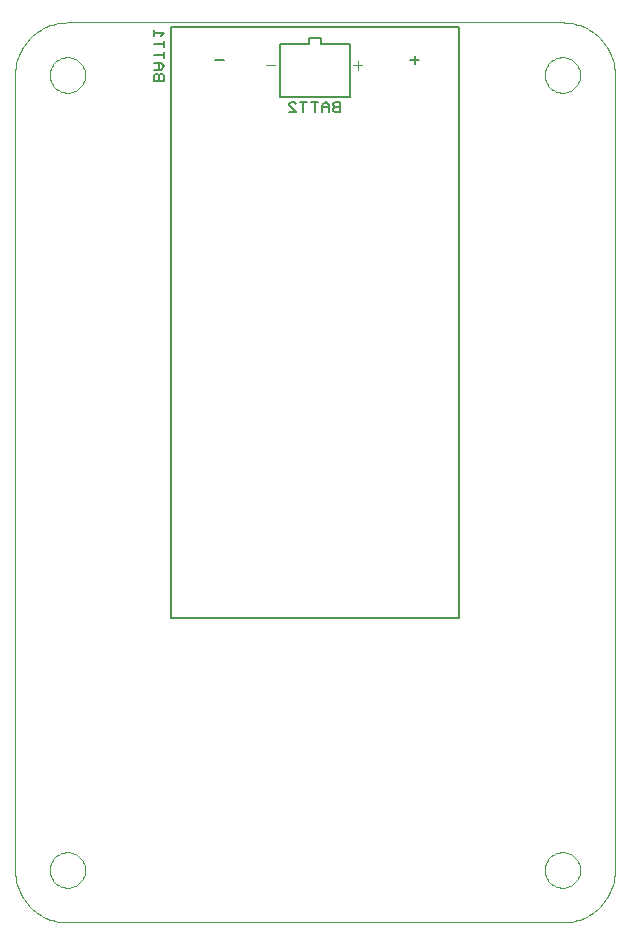
<source format=gbo>
G75*
G70*
%OFA0B0*%
%FSLAX24Y24*%
%IPPOS*%
%LPD*%
%AMOC8*
5,1,8,0,0,1.08239X$1,22.5*
%
%ADD10C,0.0000*%
%ADD11C,0.0050*%
%ADD12C,0.0080*%
%ADD13C,0.0060*%
%ADD14C,0.0040*%
D10*
X000151Y001901D02*
X000151Y028401D01*
X001310Y028401D02*
X001312Y028449D01*
X001318Y028497D01*
X001328Y028544D01*
X001341Y028590D01*
X001359Y028635D01*
X001379Y028679D01*
X001404Y028721D01*
X001432Y028760D01*
X001462Y028797D01*
X001496Y028831D01*
X001533Y028863D01*
X001571Y028892D01*
X001612Y028917D01*
X001655Y028939D01*
X001700Y028957D01*
X001746Y028971D01*
X001793Y028982D01*
X001841Y028989D01*
X001889Y028992D01*
X001937Y028991D01*
X001985Y028986D01*
X002033Y028977D01*
X002079Y028965D01*
X002124Y028948D01*
X002168Y028928D01*
X002210Y028905D01*
X002250Y028878D01*
X002288Y028848D01*
X002323Y028815D01*
X002355Y028779D01*
X002385Y028741D01*
X002411Y028700D01*
X002433Y028657D01*
X002453Y028613D01*
X002468Y028568D01*
X002480Y028521D01*
X002488Y028473D01*
X002492Y028425D01*
X002492Y028377D01*
X002488Y028329D01*
X002480Y028281D01*
X002468Y028234D01*
X002453Y028189D01*
X002433Y028145D01*
X002411Y028102D01*
X002385Y028061D01*
X002355Y028023D01*
X002323Y027987D01*
X002288Y027954D01*
X002250Y027924D01*
X002210Y027897D01*
X002168Y027874D01*
X002124Y027854D01*
X002079Y027837D01*
X002033Y027825D01*
X001985Y027816D01*
X001937Y027811D01*
X001889Y027810D01*
X001841Y027813D01*
X001793Y027820D01*
X001746Y027831D01*
X001700Y027845D01*
X001655Y027863D01*
X001612Y027885D01*
X001571Y027910D01*
X001533Y027939D01*
X001496Y027971D01*
X001462Y028005D01*
X001432Y028042D01*
X001404Y028081D01*
X001379Y028123D01*
X001359Y028167D01*
X001341Y028212D01*
X001328Y028258D01*
X001318Y028305D01*
X001312Y028353D01*
X001310Y028401D01*
X000151Y028401D02*
X000153Y028484D01*
X000159Y028567D01*
X000169Y028650D01*
X000183Y028732D01*
X000200Y028814D01*
X000222Y028894D01*
X000247Y028973D01*
X000276Y029051D01*
X000309Y029128D01*
X000346Y029203D01*
X000385Y029276D01*
X000429Y029347D01*
X000475Y029416D01*
X000525Y029483D01*
X000578Y029547D01*
X000634Y029609D01*
X000693Y029668D01*
X000755Y029724D01*
X000819Y029777D01*
X000886Y029827D01*
X000955Y029873D01*
X001026Y029917D01*
X001099Y029956D01*
X001174Y029993D01*
X001251Y030026D01*
X001329Y030055D01*
X001408Y030080D01*
X001488Y030102D01*
X001570Y030119D01*
X001652Y030133D01*
X001735Y030143D01*
X001818Y030149D01*
X001901Y030151D01*
X018401Y030151D01*
X017810Y028401D02*
X017812Y028449D01*
X017818Y028497D01*
X017828Y028544D01*
X017841Y028590D01*
X017859Y028635D01*
X017879Y028679D01*
X017904Y028721D01*
X017932Y028760D01*
X017962Y028797D01*
X017996Y028831D01*
X018033Y028863D01*
X018071Y028892D01*
X018112Y028917D01*
X018155Y028939D01*
X018200Y028957D01*
X018246Y028971D01*
X018293Y028982D01*
X018341Y028989D01*
X018389Y028992D01*
X018437Y028991D01*
X018485Y028986D01*
X018533Y028977D01*
X018579Y028965D01*
X018624Y028948D01*
X018668Y028928D01*
X018710Y028905D01*
X018750Y028878D01*
X018788Y028848D01*
X018823Y028815D01*
X018855Y028779D01*
X018885Y028741D01*
X018911Y028700D01*
X018933Y028657D01*
X018953Y028613D01*
X018968Y028568D01*
X018980Y028521D01*
X018988Y028473D01*
X018992Y028425D01*
X018992Y028377D01*
X018988Y028329D01*
X018980Y028281D01*
X018968Y028234D01*
X018953Y028189D01*
X018933Y028145D01*
X018911Y028102D01*
X018885Y028061D01*
X018855Y028023D01*
X018823Y027987D01*
X018788Y027954D01*
X018750Y027924D01*
X018710Y027897D01*
X018668Y027874D01*
X018624Y027854D01*
X018579Y027837D01*
X018533Y027825D01*
X018485Y027816D01*
X018437Y027811D01*
X018389Y027810D01*
X018341Y027813D01*
X018293Y027820D01*
X018246Y027831D01*
X018200Y027845D01*
X018155Y027863D01*
X018112Y027885D01*
X018071Y027910D01*
X018033Y027939D01*
X017996Y027971D01*
X017962Y028005D01*
X017932Y028042D01*
X017904Y028081D01*
X017879Y028123D01*
X017859Y028167D01*
X017841Y028212D01*
X017828Y028258D01*
X017818Y028305D01*
X017812Y028353D01*
X017810Y028401D01*
X018401Y030151D02*
X018484Y030149D01*
X018567Y030143D01*
X018650Y030133D01*
X018732Y030119D01*
X018814Y030102D01*
X018894Y030080D01*
X018973Y030055D01*
X019051Y030026D01*
X019128Y029993D01*
X019203Y029956D01*
X019276Y029917D01*
X019347Y029873D01*
X019416Y029827D01*
X019483Y029777D01*
X019547Y029724D01*
X019609Y029668D01*
X019668Y029609D01*
X019724Y029547D01*
X019777Y029483D01*
X019827Y029416D01*
X019873Y029347D01*
X019917Y029276D01*
X019956Y029203D01*
X019993Y029128D01*
X020026Y029051D01*
X020055Y028973D01*
X020080Y028894D01*
X020102Y028814D01*
X020119Y028732D01*
X020133Y028650D01*
X020143Y028567D01*
X020149Y028484D01*
X020151Y028401D01*
X020151Y001901D01*
X017810Y001901D02*
X017812Y001949D01*
X017818Y001997D01*
X017828Y002044D01*
X017841Y002090D01*
X017859Y002135D01*
X017879Y002179D01*
X017904Y002221D01*
X017932Y002260D01*
X017962Y002297D01*
X017996Y002331D01*
X018033Y002363D01*
X018071Y002392D01*
X018112Y002417D01*
X018155Y002439D01*
X018200Y002457D01*
X018246Y002471D01*
X018293Y002482D01*
X018341Y002489D01*
X018389Y002492D01*
X018437Y002491D01*
X018485Y002486D01*
X018533Y002477D01*
X018579Y002465D01*
X018624Y002448D01*
X018668Y002428D01*
X018710Y002405D01*
X018750Y002378D01*
X018788Y002348D01*
X018823Y002315D01*
X018855Y002279D01*
X018885Y002241D01*
X018911Y002200D01*
X018933Y002157D01*
X018953Y002113D01*
X018968Y002068D01*
X018980Y002021D01*
X018988Y001973D01*
X018992Y001925D01*
X018992Y001877D01*
X018988Y001829D01*
X018980Y001781D01*
X018968Y001734D01*
X018953Y001689D01*
X018933Y001645D01*
X018911Y001602D01*
X018885Y001561D01*
X018855Y001523D01*
X018823Y001487D01*
X018788Y001454D01*
X018750Y001424D01*
X018710Y001397D01*
X018668Y001374D01*
X018624Y001354D01*
X018579Y001337D01*
X018533Y001325D01*
X018485Y001316D01*
X018437Y001311D01*
X018389Y001310D01*
X018341Y001313D01*
X018293Y001320D01*
X018246Y001331D01*
X018200Y001345D01*
X018155Y001363D01*
X018112Y001385D01*
X018071Y001410D01*
X018033Y001439D01*
X017996Y001471D01*
X017962Y001505D01*
X017932Y001542D01*
X017904Y001581D01*
X017879Y001623D01*
X017859Y001667D01*
X017841Y001712D01*
X017828Y001758D01*
X017818Y001805D01*
X017812Y001853D01*
X017810Y001901D01*
X018401Y000151D02*
X018484Y000153D01*
X018567Y000159D01*
X018650Y000169D01*
X018732Y000183D01*
X018814Y000200D01*
X018894Y000222D01*
X018973Y000247D01*
X019051Y000276D01*
X019128Y000309D01*
X019203Y000346D01*
X019276Y000385D01*
X019347Y000429D01*
X019416Y000475D01*
X019483Y000525D01*
X019547Y000578D01*
X019609Y000634D01*
X019668Y000693D01*
X019724Y000755D01*
X019777Y000819D01*
X019827Y000886D01*
X019873Y000955D01*
X019917Y001026D01*
X019956Y001099D01*
X019993Y001174D01*
X020026Y001251D01*
X020055Y001329D01*
X020080Y001408D01*
X020102Y001488D01*
X020119Y001570D01*
X020133Y001652D01*
X020143Y001735D01*
X020149Y001818D01*
X020151Y001901D01*
X018401Y000151D02*
X001901Y000151D01*
X001310Y001901D02*
X001312Y001949D01*
X001318Y001997D01*
X001328Y002044D01*
X001341Y002090D01*
X001359Y002135D01*
X001379Y002179D01*
X001404Y002221D01*
X001432Y002260D01*
X001462Y002297D01*
X001496Y002331D01*
X001533Y002363D01*
X001571Y002392D01*
X001612Y002417D01*
X001655Y002439D01*
X001700Y002457D01*
X001746Y002471D01*
X001793Y002482D01*
X001841Y002489D01*
X001889Y002492D01*
X001937Y002491D01*
X001985Y002486D01*
X002033Y002477D01*
X002079Y002465D01*
X002124Y002448D01*
X002168Y002428D01*
X002210Y002405D01*
X002250Y002378D01*
X002288Y002348D01*
X002323Y002315D01*
X002355Y002279D01*
X002385Y002241D01*
X002411Y002200D01*
X002433Y002157D01*
X002453Y002113D01*
X002468Y002068D01*
X002480Y002021D01*
X002488Y001973D01*
X002492Y001925D01*
X002492Y001877D01*
X002488Y001829D01*
X002480Y001781D01*
X002468Y001734D01*
X002453Y001689D01*
X002433Y001645D01*
X002411Y001602D01*
X002385Y001561D01*
X002355Y001523D01*
X002323Y001487D01*
X002288Y001454D01*
X002250Y001424D01*
X002210Y001397D01*
X002168Y001374D01*
X002124Y001354D01*
X002079Y001337D01*
X002033Y001325D01*
X001985Y001316D01*
X001937Y001311D01*
X001889Y001310D01*
X001841Y001313D01*
X001793Y001320D01*
X001746Y001331D01*
X001700Y001345D01*
X001655Y001363D01*
X001612Y001385D01*
X001571Y001410D01*
X001533Y001439D01*
X001496Y001471D01*
X001462Y001505D01*
X001432Y001542D01*
X001404Y001581D01*
X001379Y001623D01*
X001359Y001667D01*
X001341Y001712D01*
X001328Y001758D01*
X001318Y001805D01*
X001312Y001853D01*
X001310Y001901D01*
X000151Y001901D02*
X000153Y001818D01*
X000159Y001735D01*
X000169Y001652D01*
X000183Y001570D01*
X000200Y001488D01*
X000222Y001408D01*
X000247Y001329D01*
X000276Y001251D01*
X000309Y001174D01*
X000346Y001099D01*
X000385Y001026D01*
X000429Y000955D01*
X000475Y000886D01*
X000525Y000819D01*
X000578Y000755D01*
X000634Y000693D01*
X000693Y000634D01*
X000755Y000578D01*
X000819Y000525D01*
X000886Y000475D01*
X000955Y000429D01*
X001026Y000385D01*
X001099Y000346D01*
X001174Y000309D01*
X001251Y000276D01*
X001329Y000247D01*
X001408Y000222D01*
X001488Y000200D01*
X001570Y000183D01*
X001652Y000169D01*
X001735Y000159D01*
X001818Y000153D01*
X001901Y000151D01*
D11*
X005348Y010309D02*
X005348Y029994D01*
X014954Y029994D01*
X014954Y010309D01*
X005348Y010309D01*
X008970Y027674D02*
X011332Y027674D01*
X011332Y029445D01*
X010348Y029445D01*
X010348Y029642D01*
X009954Y029642D01*
X009954Y029445D01*
X008970Y029445D01*
X008970Y027674D01*
D12*
X007111Y028901D02*
X006831Y028901D01*
X013331Y028901D02*
X013611Y028901D01*
X013471Y029041D02*
X013471Y028761D01*
D13*
X010985Y027499D02*
X010985Y027159D01*
X010815Y027159D01*
X010759Y027216D01*
X010759Y027273D01*
X010815Y027329D01*
X010985Y027329D01*
X010815Y027329D02*
X010759Y027386D01*
X010759Y027443D01*
X010815Y027499D01*
X010985Y027499D01*
X010617Y027386D02*
X010617Y027159D01*
X010617Y027329D02*
X010390Y027329D01*
X010390Y027386D02*
X010390Y027159D01*
X010390Y027386D02*
X010504Y027499D01*
X010617Y027386D01*
X010249Y027499D02*
X010022Y027499D01*
X010135Y027499D02*
X010135Y027159D01*
X009880Y027499D02*
X009654Y027499D01*
X009767Y027499D02*
X009767Y027159D01*
X009512Y027159D02*
X009285Y027386D01*
X009285Y027443D01*
X009342Y027499D01*
X009455Y027499D01*
X009512Y027443D01*
X009512Y027159D02*
X009285Y027159D01*
X005121Y028215D02*
X005121Y028385D01*
X005065Y028441D01*
X005008Y028441D01*
X004951Y028385D01*
X004951Y028215D01*
X004951Y028385D02*
X004895Y028441D01*
X004838Y028441D01*
X004781Y028385D01*
X004781Y028215D01*
X005121Y028215D01*
X005008Y028583D02*
X005121Y028696D01*
X005008Y028810D01*
X004781Y028810D01*
X004951Y028810D02*
X004951Y028583D01*
X005008Y028583D02*
X004781Y028583D01*
X004781Y029065D02*
X005121Y029065D01*
X005121Y029178D02*
X005121Y028951D01*
X005121Y029320D02*
X005121Y029546D01*
X005121Y029433D02*
X004781Y029433D01*
X004781Y029688D02*
X004781Y029915D01*
X004781Y029801D02*
X005121Y029801D01*
X005008Y029688D01*
D14*
X008524Y028726D02*
X008831Y028726D01*
X011424Y028726D02*
X011731Y028726D01*
X011578Y028573D02*
X011578Y028880D01*
M02*

</source>
